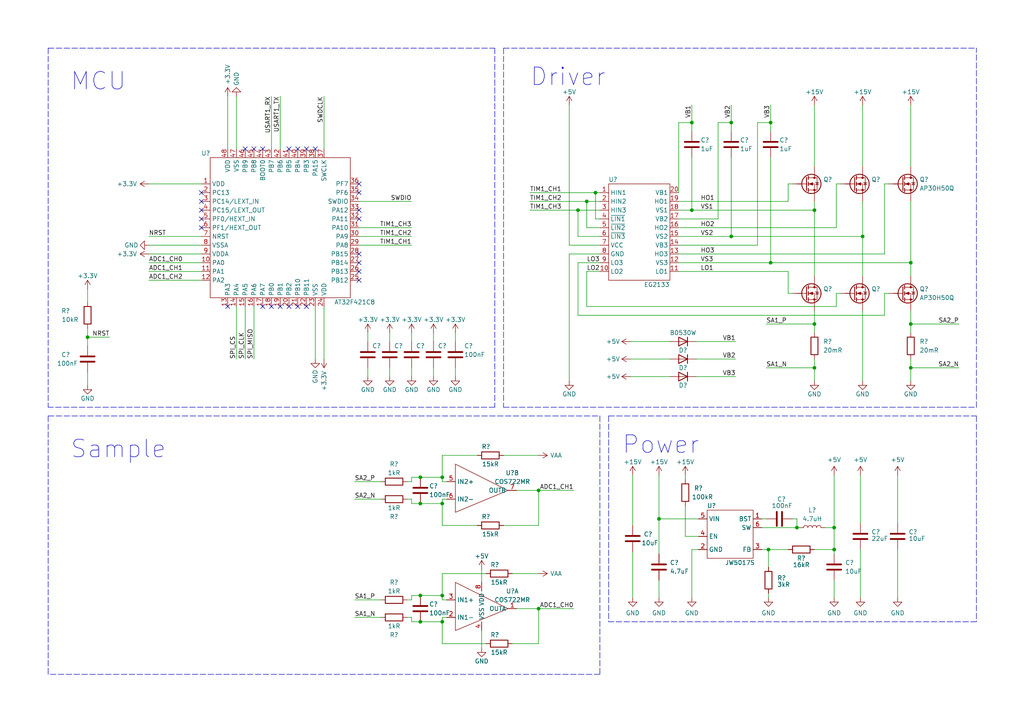
<source format=kicad_sch>
(kicad_sch (version 20211123) (generator eeschema)
  (paper "A4")
  (title_block (title "miniFOC") (date "2022-10-06") (rev "1.2.1"))
  (lib_symbols
    (symbol "Device:C" (pin_numbers hide) (pin_names (offset 0.254))
      (property "Reference" "C" (at 0.635 2.54 0))
      (property "Value" "C" (at 0.635 -2.54 0))
      (symbol "C_0_1"
        (polyline (pts (xy -2.032 -0.762) (xy 2.032 -0.762)) (stroke (width 0.508)))
        (polyline (pts (xy -2.032 0.762) (xy 2.032 0.762)) (stroke (width 0.508)))
      )
      (symbol "C_1_1"
        (pin passive line (at 0 3.81 270) (length 2.794) (name "~") (number "1"))
        (pin passive line (at 0 -3.81 90) (length 2.794) (name "~") (number "2"))
      )
    )
    (symbol "Device:L" (pin_numbers hide) (pin_names (offset 1.016) hide)
      (property "Reference" "L" (at -1.27 0 90))
      (property "Value" "L" (at 1.905 0 90))
      (symbol "L_0_1"
        (arc (start 0 -2.54) (mid 0.635 -1.905) (end 0 -1.27))
        (arc (start 0 -1.27) (mid 0.635 -0.635) (end 0 0))
        (arc (start 0 0) (mid 0.635 0.635) (end 0 1.27))
        (arc (start 0 1.27) (mid 0.635 1.905) (end 0 2.54))
      )
      (symbol "L_1_1"
        (pin passive line (at 0 3.81 270) (length 1.27) (name "1") (number "1"))
        (pin passive line (at 0 -3.81 90) (length 1.27) (name "2") (number "2"))
      )
    )
    (symbol "Device:R" (pin_numbers hide) (pin_names (offset 0))
      (property "Reference" "R" (at 2.032 0 90))
      (property "Value" "R" (at 0 0 90))
      (symbol "R_0_1"
        (rectangle (start -1.016 -2.54) (end 1.016 2.54) (stroke (width 0.254)))
      )
      (symbol "R_1_1"
        (pin passive line (at 0 3.81 270) (length 1.27) (name "~") (number "1"))
        (pin passive line (at 0 -3.81 90) (length 1.27) (name "~") (number "2"))
      )
    )
    (symbol "Diode:1N4148W" (pin_numbers hide) (pin_names (offset 1.016) hide)
      (property "Reference" "D" (at 0 2.54 0))
      (property "Value" "1N4148W" (at 0 -2.54 0))
      (symbol "1N4148W_0_1"
        (polyline (pts (xy -1.27 1.27) (xy -1.27 -1.27)) (stroke (width 0.254)))
        (polyline (pts (xy 1.27 0) (xy -1.27 0)))
        (polyline (pts (xy 1.27 1.27) (xy 1.27 -1.27) (xy -1.27 0) (xy 1.27 1.27)) (stroke (width 0.254)))
      )
      (symbol "1N4148W_1_1"
        (pin passive line (at -3.81 0 0) (length 2.54) (name "K") (number "1"))
        (pin passive line (at 3.81 0 180) (length 2.54) (name "A") (number "2"))
      )
    )
    (symbol "Library:AP30H50Q" (pin_numbers hide) (pin_names hide)
      (property "Reference" "Q" (at 10.16 7.62 0))
      (property "Value" "AP30H50Q" (at 13.97 5.08 0))
      (symbol "AP30H50Q_0_1"
        (polyline (pts (xy 4.064 5.08) (xy 1.27 5.08)))
        (polyline (pts (xy 4.064 6.985) (xy 4.064 3.175)) (stroke (width 0.254)))
        (polyline (pts (xy 4.572 3.81) (xy 4.572 2.794)) (stroke (width 0.254)))
        (polyline (pts (xy 4.572 5.588) (xy 4.572 4.572)) (stroke (width 0.254)))
        (polyline (pts (xy 4.572 7.366) (xy 4.572 6.35)) (stroke (width 0.254)))
        (polyline (pts (xy 6.35 7.62) (xy 6.35 6.858)))
        (polyline (pts (xy 6.35 2.54) (xy 6.35 5.08) (xy 4.572 5.08)))
        (polyline (pts (xy 4.572 3.302) (xy 7.112 3.302) (xy 7.112 6.858) (xy 4.572 6.858)))
        (polyline (pts (xy 4.826 5.08) (xy 5.842 5.461) (xy 5.842 4.699) (xy 4.826 5.08)) (fill (type outline)))
        (polyline (pts (xy 6.604 5.588) (xy 6.731 5.461) (xy 7.493 5.461) (xy 7.62 5.334)))
        (polyline (pts (xy 7.112 5.461) (xy 6.731 4.826) (xy 7.493 4.826) (xy 7.112 5.461)))
        (circle (center 5.461 5.08) (radius 2.794) (stroke (width 0.254)))
        (circle (center 6.35 3.302) (radius 0.254) (fill (type outline)))
        (circle (center 6.35 6.858) (radius 0.254) (fill (type outline)))
      )
      (symbol "AP30H50Q_1_1"
        (pin passive line (at 6.35 0 90) (length 2.54) (name "S") (number "1"))
        (pin passive line (at 6.35 0 90) (length 2.54) hide (name "S") (number "2"))
        (pin passive line (at 6.35 0 90) (length 2.54) hide (name "S") (number "3"))
        (pin passive line (at 0 5.08 0) (length 2.54) (name "G") (number "4"))
        (pin passive line (at 6.35 10.16 270) (length 2.54) (name "D") (number "5"))
      )
    )
    (symbol "Library:AT32F421C8"
      (property "Reference" "U" (at 1.27 41.91 0))
      (property "Value" "AT32F421C8" (at 44.45 0 0))
      (symbol "AT32F421C8_0_0"
        (pin power_in line (at 0 35.56 0) (length 2.54) (name "VDD") (number "1"))
        (pin bidirectional line (at 0 12.7 0) (length 2.54) (name "PA0") (number "10"))
        (pin bidirectional line (at 0 10.16 0) (length 2.54) (name "PA1") (number "11"))
        (pin bidirectional line (at 0 7.62 0) (length 2.54) (name "PA2") (number "12"))
        (pin bidirectional line (at 7.62 0 90) (length 2.54) (name "PA3") (number "13"))
        (pin bidirectional line (at 10.16 0 90) (length 2.54) (name "PA4") (number "14"))
        (pin bidirectional line (at 12.7 0 90) (length 2.54) (name "PA5") (number "15"))
        (pin bidirectional line (at 15.24 0 90) (length 2.54) (name "PA6") (number "16"))
        (pin bidirectional line (at 17.78 0 90) (length 2.54) (name "PA7") (number "17"))
        (pin bidirectional line (at 20.32 0 90) (length 2.54) (name "PB0") (number "18"))
        (pin bidirectional line (at 22.86 0 90) (length 2.54) (name "PB1") (number "19"))
        (pin bidirectional line (at 0 33.02 0) (length 2.54) (name "PC13") (number "2"))
        (pin bidirectional line (at 25.4 0 90) (length 2.54) (name "PB2") (number "20"))
        (pin bidirectional line (at 27.94 0 90) (length 2.54) (name "PB10") (number "21"))
        (pin bidirectional line (at 30.48 0 90) (length 2.54) (name "PB11") (number "22"))
        (pin power_in line (at 33.02 0 90) (length 2.54) (name "VSS") (number "23"))
        (pin power_in line (at 35.56 0 90) (length 2.54) (name "VDD") (number "24"))
        (pin bidirectional line (at 45.72 7.62 180) (length 2.54) (name "PB12") (number "25"))
        (pin bidirectional line (at 45.72 10.16 180) (length 2.54) (name "PB13") (number "26"))
        (pin bidirectional line (at 45.72 12.7 180) (length 2.54) (name "PB14") (number "27"))
        (pin bidirectional line (at 45.72 15.24 180) (length 2.54) (name "PB15") (number "28"))
        (pin bidirectional line (at 45.72 17.78 180) (length 2.54) (name "PA8") (number "29"))
        (pin bidirectional line (at 0 30.48 0) (length 2.54) (name "PC14/LEXT_IN") (number "3"))
        (pin bidirectional line (at 45.72 20.32 180) (length 2.54) (name "PA9") (number "30"))
        (pin bidirectional line (at 45.72 22.86 180) (length 2.54) (name "PA10") (number "31"))
        (pin bidirectional line (at 45.72 25.4 180) (length 2.54) (name "PA11") (number "32"))
        (pin bidirectional line (at 45.72 27.94 180) (length 2.54) (name "PA12") (number "33"))
        (pin bidirectional line (at 45.72 30.48 180) (length 2.54) (name "SWDIO") (number "34"))
        (pin bidirectional line (at 45.72 33.02 180) (length 2.54) (name "PF6") (number "35"))
        (pin bidirectional line (at 45.72 35.56 180) (length 2.54) (name "PF7") (number "36"))
        (pin input line (at 35.56 45.72 270) (length 2.54) (name "SWCLK") (number "37"))
        (pin bidirectional line (at 33.02 45.72 270) (length 2.54) (name "PA15") (number "38"))
        (pin bidirectional line (at 30.48 45.72 270) (length 2.54) (name "PB3") (number "39"))
        (pin bidirectional line (at 0 27.94 0) (length 2.54) (name "PC15/LEXT_OUT") (number "4"))
        (pin bidirectional line (at 27.94 45.72 270) (length 2.54) (name "PB4") (number "40"))
        (pin bidirectional line (at 25.4 45.72 270) (length 2.54) (name "PB5") (number "41"))
        (pin bidirectional line (at 22.86 45.72 270) (length 2.54) (name "PB6") (number "42"))
        (pin bidirectional line (at 20.32 45.72 270) (length 2.54) (name "PB7") (number "43"))
        (pin input line (at 17.78 45.72 270) (length 2.54) (name "BOOT0") (number "44"))
        (pin bidirectional line (at 15.24 45.72 270) (length 2.54) (name "PB8") (number "45"))
        (pin bidirectional line (at 12.7 45.72 270) (length 2.54) (name "PB9") (number "46"))
        (pin power_in line (at 10.16 45.72 270) (length 2.54) (name "VSS") (number "47"))
        (pin power_in line (at 7.62 45.72 270) (length 2.54) (name "VDD") (number "48"))
        (pin bidirectional line (at 0 25.4 0) (length 2.54) (name "PF0/HEXT_IN") (number "5"))
        (pin bidirectional line (at 0 22.86 0) (length 2.54) (name "PF1/HEXT_OUT") (number "6"))
        (pin input line (at 0 20.32 0) (length 2.54) (name "NRST") (number "7"))
        (pin power_in line (at 0 17.78 0) (length 2.54) (name "VSSA") (number "8"))
        (pin power_in line (at 0 15.24 0) (length 2.54) (name "VDDA") (number "9"))
      )
      (symbol "AT32F421C8_0_1"
        (rectangle (start 2.54 43.18) (end 43.18 2.54))
      )
    )
    (symbol "Library:COS722MR"
      (property "Reference" "U" (at 3.81 13.97 0))
      (property "Value" "COS722MR" (at 24.13 -8.89 0))
      (symbol "COS722MR_0_1"
        (polyline (pts (xy 2.54 13.97) (xy 17.78 6.35) (xy 2.54 0) (xy 2.54 13.97)))
      )
      (symbol "COS722MR_1_1"
        (pin output line (at 20.32 6.35 180) (length 2.54) (name "OUTA") (number "1"))
        (pin input line (at 0 3.81 0) (length 2.54) (name "IN1-") (number "2"))
        (pin input line (at 0 8.89 0) (length 2.54) (name "IN1+") (number "3"))
        (pin power_in line (at 10.16 0 90) (length 2.54) (name "VSS") (number "4"))
        (pin power_in line (at 10.16 13.97 270) (length 2.54) (name "VDD") (number "8"))
      )
      (symbol "COS722MR_2_1"
        (pin input line (at 0 8.89 0) (length 2.54) (name "IN2+") (number "5"))
        (pin input line (at 0 3.81 0) (length 2.54) (name "IN2-") (number "6"))
        (pin output line (at 20.32 6.35 180) (length 2.54) (name "OUTB") (number "7"))
      )
    )
    (symbol "Library:EG2133"
      (property "Reference" "U" (at 3.81 29.21 0))
      (property "Value" "EG2133" (at 16.51 -1.27 0))
      (symbol "EG2133_0_1"
        (rectangle (start 2.54 27.94) (end 20.32 0))
      )
      (symbol "EG2133_1_1"
        (pin input line (at 0 25.4 0) (length 2.54) (name "HIN1") (number "1"))
        (pin output line (at 0 2.54 0) (length 2.54) (name "LO2") (number "10"))
        (pin output line (at 22.86 2.54 180) (length 2.54) (name "LO1") (number "11"))
        (pin input line (at 22.86 5.08 180) (length 2.54) (name "VS3") (number "12"))
        (pin output line (at 22.86 7.62 180) (length 2.54) (name "HO3") (number "13"))
        (pin input line (at 22.86 10.16 180) (length 2.54) (name "VB3") (number "14"))
        (pin input line (at 22.86 12.7 180) (length 2.54) (name "VS2") (number "15"))
        (pin output line (at 22.86 15.24 180) (length 2.54) (name "HO2") (number "16"))
        (pin input line (at 22.86 17.78 180) (length 2.54) (name "VB2") (number "17"))
        (pin input line (at 22.86 20.32 180) (length 2.54) (name "VS1") (number "18"))
        (pin output line (at 22.86 22.86 180) (length 2.54) (name "HO1") (number "19"))
        (pin input line (at 0 22.86 0) (length 2.54) (name "HIN2") (number "2"))
        (pin input line (at 22.86 25.4 180) (length 2.54) (name "VB1") (number "20"))
        (pin input line (at 0 20.32 0) (length 2.54) (name "HIN3") (number "3"))
        (pin input line (at 0 17.78 0) (length 2.54) (name "~{LIN1}") (number "4"))
        (pin input line (at 0 15.24 0) (length 2.54) (name "~{LIN2}") (number "5"))
        (pin input line (at 0 12.7 0) (length 2.54) (name "~{LIN3}") (number "6"))
        (pin power_in line (at 0 10.16 0) (length 2.54) (name "VCC") (number "7"))
        (pin power_in line (at 0 7.62 0) (length 2.54) (name "GND") (number "8"))
        (pin output line (at 0 5.08 0) (length 2.54) (name "LO3") (number "9"))
      )
    )
    (symbol "power:+15V" (power) (pin_names (offset 0))
      (property "Value" "+15V" (at 0 3.556 0))
      (symbol "+15V_0_1"
        (polyline (pts (xy -0.762 1.27) (xy 0 2.54)))
        (polyline (pts (xy 0 0) (xy 0 2.54)))
        (polyline (pts (xy 0 2.54) (xy 0.762 1.27)))
      )
      (symbol "+15V_1_1"
        (pin power_in line (at 0 0 90) (length 0) hide (name "+15V") (number "1"))
      )
    )
    (symbol "power:+3.3V" (power) (pin_names (offset 0))
      (property "Value" "+3.3V" (at 0 3.556 0))
      (symbol "+3.3V_0_1"
        (polyline (pts (xy -0.762 1.27) (xy 0 2.54)))
        (polyline (pts (xy 0 0) (xy 0 2.54)))
        (polyline (pts (xy 0 2.54) (xy 0.762 1.27)))
      )
      (symbol "+3.3V_1_1"
        (pin power_in line (at 0 0 90) (length 0) hide (name "+3.3V") (number "1"))
      )
    )
    (symbol "power:+5V" (power) (pin_names (offset 0))
      (property "Value" "+5V" (at 0 3.556 0))
      (symbol "+5V_0_1"
        (polyline (pts (xy -0.762 1.27) (xy 0 2.54)))
        (polyline (pts (xy 0 0) (xy 0 2.54)))
        (polyline (pts (xy 0 2.54) (xy 0.762 1.27)))
      )
      (symbol "+5V_1_1"
        (pin power_in line (at 0 0 90) (length 0) hide (name "+5V") (number "1"))
      )
    )
    (symbol "power:GND" (power) (pin_names (offset 0))
      (property "Value" "GND" (at 0 -3.81 0))
      (symbol "GND_0_1"
        (polyline (pts (xy 0 0) (xy 0 -1.27) (xy 1.27 -1.27) (xy 0 -2.54) (xy -1.27 -1.27) (xy 0 -1.27)))
      )
      (symbol "GND_1_1"
        (pin power_in line (at 0 0 270) (length 0) hide (name "GND") (number "1"))
      )
    )
    (symbol "power:VAA" (power) (pin_names (offset 0))
      (property "Value" "VAA" (at 0 3.81 0))
      (symbol "VAA_0_1"
        (polyline (pts (xy -0.762 1.27) (xy 0 2.54)))
        (polyline (pts (xy 0 0) (xy 0 2.54)))
        (polyline (pts (xy 0 2.54) (xy 0.762 1.27)))
      )
      (symbol "VAA_1_1"
        (pin power_in line (at 0 0 90) (length 0) hide (name "VAA") (number "1"))
      )
    )
    (symbol "power_Library:JW5017S"
      (property "Reference" "U" (at 0 8.255 0))
      (property "Value" "JW5017S" (at 0.635 -9.525 0))
      (symbol "JW5017S_0_1"
        (rectangle (start -6.985 6.985) (end 6.35 -6.985))
      )
      (symbol "JW5017S_1_1"
        (pin output line (at 8.89 4.445 180) (length 2.54) (name "BST") (number "1"))
        (pin power_in line (at -9.525 -4.445 0) (length 2.54) (name "GND") (number "2"))
        (pin output line (at 8.89 -4.445 180) (length 2.54) (name "FB") (number "3"))
        (pin input line (at -9.525 -0.635 0) (length 2.54) (name "EN") (number "4"))
        (pin power_in line (at -9.525 4.445 0) (length 2.54) (name "VIN") (number "5"))
        (pin output line (at 8.89 1.905 180) (length 2.54) (name "SW") (number "6"))
      )
    )
  )
  (junction (at 121.92 138.43))
  (junction (at 128.27 146.05))
  (junction (at 200.66 60.96))
  (junction (at 167.64 60.96))
  (junction (at 156.21 142.24))
  (junction (at 231.14 153.035))
  (junction (at 170.18 58.42))
  (junction (at 156.21 176.53))
  (junction (at 128.27 138.43))
  (junction (at 236.22 93.98))
  (junction (at 25.4 97.79))
  (junction (at 223.52 35.56))
  (junction (at 222.885 159.385))
  (junction (at 200.66 35.56))
  (junction (at 223.52 76.2))
  (junction (at 264.16 76.2))
  (junction (at 121.92 172.72))
  (junction (at 191.135 150.495))
  (junction (at 128.27 172.72))
  (junction (at 264.16 93.98))
  (junction (at 241.935 159.385))
  (junction (at 264.16 106.68))
  (junction (at 121.92 180.34))
  (junction (at 121.92 146.05))
  (junction (at 128.27 180.34))
  (junction (at 241.935 153.035))
  (junction (at 236.22 60.96))
  (junction (at 212.09 35.56))
  (junction (at 250.19 68.58))
  (junction (at 212.09 68.58))
  (junction (at 236.22 106.68))
  (junction (at 172.72 55.88))
  (no_connect (at 58.42 55.88))
  (no_connect (at 58.42 60.96))
  (no_connect (at 58.42 63.5))
  (no_connect (at 58.42 66.04))
  (no_connect (at 58.42 58.42))
  (no_connect (at 66.04 88.9))
  (no_connect (at 76.2 88.9))
  (no_connect (at 78.74 88.9))
  (no_connect (at 86.36 88.9))
  (no_connect (at 88.9 88.9))
  (no_connect (at 83.82 88.9))
  (no_connect (at 81.28 88.9))
  (no_connect (at 104.14 73.66))
  (no_connect (at 104.14 76.2))
  (no_connect (at 104.14 78.74))
  (no_connect (at 104.14 81.28))
  (no_connect (at 76.2 43.18))
  (no_connect (at 71.12 43.18))
  (no_connect (at 83.82 43.18))
  (no_connect (at 73.66 43.18))
  (no_connect (at 86.36 43.18))
  (no_connect (at 104.14 53.34))
  (no_connect (at 104.14 55.88))
  (no_connect (at 91.44 43.18))
  (no_connect (at 88.9 43.18))
  (no_connect (at 104.14 60.96))
  (no_connect (at 104.14 63.5))
  (wire (pts (xy 223.52 45.72) (xy 223.52 76.2)))
  (wire (pts (xy 228.6 53.34) (xy 229.87 53.34)))
  (wire (pts (xy 264.16 90.17) (xy 264.16 93.98)))
  (polyline (pts (xy 13.97 120.65) (xy 173.99 120.65)))
  (wire (pts (xy 173.99 58.42) (xy 170.18 58.42)))
  (wire (pts (xy 128.27 139.7) (xy 129.54 139.7)))
  (wire (pts (xy 191.135 168.275) (xy 191.135 173.355)))
  (wire (pts (xy 81.28 43.18) (xy 81.28 27.94)))
  (wire (pts (xy 128.27 166.37) (xy 128.27 172.72)))
  (wire (pts (xy 170.18 58.42) (xy 170.18 66.04)))
  (wire (pts (xy 25.4 97.79) (xy 31.75 97.79)))
  (wire (pts (xy 149.86 176.53) (xy 156.21 176.53)))
  (wire (pts (xy 249.555 137.795) (xy 249.555 151.765)))
  (wire (pts (xy 102.87 139.7) (xy 110.49 139.7)))
  (polyline (pts (xy 143.51 118.11) (xy 13.97 118.11)))
  (wire (pts (xy 66.04 27.94) (xy 66.04 43.18)))
  (wire (pts (xy 212.09 68.58) (xy 250.19 68.58)))
  (wire (pts (xy 260.35 137.795) (xy 260.35 151.765)))
  (wire (pts (xy 201.93 109.22) (xy 213.36 109.22)))
  (wire (pts (xy 198.755 146.685) (xy 198.755 155.575)))
  (wire (pts (xy 222.885 172.085) (xy 222.885 173.355)))
  (wire (pts (xy 25.4 95.25) (xy 25.4 97.79)))
  (wire (pts (xy 242.57 53.34) (xy 243.84 53.34)))
  (polyline (pts (xy 283.21 120.65) (xy 283.21 180.34)))
  (wire (pts (xy 156.21 186.69) (xy 156.21 176.53)))
  (wire (pts (xy 256.54 73.66) (xy 256.54 53.34)))
  (wire (pts (xy 222.25 106.68) (xy 236.22 106.68)))
  (wire (pts (xy 102.87 173.99) (xy 110.49 173.99)))
  (wire (pts (xy 236.22 159.385) (xy 241.935 159.385)))
  (wire (pts (xy 196.85 60.96) (xy 200.66 60.96)))
  (wire (pts (xy 43.18 53.34) (xy 58.42 53.34)))
  (wire (pts (xy 182.88 104.14) (xy 194.31 104.14)))
  (wire (pts (xy 264.16 93.98) (xy 278.13 93.98)))
  (wire (pts (xy 241.935 159.385) (xy 241.935 160.655)))
  (wire (pts (xy 250.19 58.42) (xy 250.19 68.58)))
  (wire (pts (xy 208.28 35.56) (xy 212.09 35.56)))
  (wire (pts (xy 148.59 186.69) (xy 156.21 186.69)))
  (wire (pts (xy 128.27 179.07) (xy 128.27 180.34)))
  (wire (pts (xy 170.18 88.9) (xy 242.57 88.9)))
  (wire (pts (xy 102.87 144.78) (xy 110.49 144.78)))
  (wire (pts (xy 236.22 90.17) (xy 236.22 93.98)))
  (wire (pts (xy 196.85 35.56) (xy 200.66 35.56)))
  (wire (pts (xy 58.42 76.2) (xy 43.18 76.2)))
  (wire (pts (xy 172.72 63.5) (xy 172.72 55.88)))
  (wire (pts (xy 200.66 45.72) (xy 200.66 60.96)))
  (wire (pts (xy 173.99 63.5) (xy 172.72 63.5)))
  (wire (pts (xy 212.09 45.72) (xy 212.09 68.58)))
  (wire (pts (xy 219.71 71.12) (xy 219.71 35.56)))
  (wire (pts (xy 264.16 106.68) (xy 278.13 106.68)))
  (wire (pts (xy 173.99 60.96) (xy 167.64 60.96)))
  (wire (pts (xy 222.885 159.385) (xy 222.885 164.465)))
  (wire (pts (xy 73.66 88.9) (xy 73.66 104.14)))
  (wire (pts (xy 212.09 35.56) (xy 212.09 38.1)))
  (wire (pts (xy 200.66 35.56) (xy 200.66 38.1)))
  (polyline (pts (xy 13.97 13.97) (xy 13.97 118.11)))
  (wire (pts (xy 102.87 179.07) (xy 110.49 179.07)))
  (wire (pts (xy 121.92 172.72) (xy 128.27 172.72)))
  (wire (pts (xy 68.58 27.94) (xy 68.58 43.18)))
  (wire (pts (xy 149.86 142.24) (xy 156.21 142.24)))
  (wire (pts (xy 260.35 159.385) (xy 260.35 173.355)))
  (wire (pts (xy 250.19 30.48) (xy 250.19 48.26)))
  (wire (pts (xy 140.97 186.69) (xy 128.27 186.69)))
  (wire (pts (xy 167.64 91.44) (xy 256.54 91.44)))
  (polyline (pts (xy 283.21 118.11) (xy 283.21 13.97)))
  (wire (pts (xy 228.6 85.09) (xy 228.6 78.74)))
  (wire (pts (xy 242.57 66.04) (xy 242.57 53.34)))
  (wire (pts (xy 146.05 152.4) (xy 156.21 152.4)))
  (wire (pts (xy 170.18 58.42) (xy 153.67 58.42)))
  (wire (pts (xy 165.1 30.48) (xy 165.1 71.12)))
  (wire (pts (xy 132.08 106.68) (xy 132.08 109.22)))
  (wire (pts (xy 264.16 76.2) (xy 264.16 80.01)))
  (wire (pts (xy 183.515 160.02) (xy 183.515 173.355)))
  (wire (pts (xy 156.21 152.4) (xy 156.21 142.24)))
  (wire (pts (xy 223.52 76.2) (xy 264.16 76.2)))
  (wire (pts (xy 182.88 99.06) (xy 194.31 99.06)))
  (polyline (pts (xy 176.53 120.65) (xy 176.53 180.34)))
  (wire (pts (xy 250.19 68.58) (xy 250.19 80.01)))
  (wire (pts (xy 264.16 104.14) (xy 264.16 106.68)))
  (wire (pts (xy 223.52 35.56) (xy 223.52 38.1)))
  (wire (pts (xy 220.98 153.035) (xy 231.14 153.035)))
  (wire (pts (xy 139.7 182.88) (xy 139.7 187.96)))
  (wire (pts (xy 146.05 132.08) (xy 156.21 132.08)))
  (wire (pts (xy 125.73 106.68) (xy 125.73 109.22)))
  (wire (pts (xy 68.58 88.9) (xy 68.58 104.14)))
  (wire (pts (xy 93.98 104.14) (xy 93.98 88.9)))
  (wire (pts (xy 222.885 159.385) (xy 228.6 159.385)))
  (wire (pts (xy 119.38 179.07) (xy 119.38 180.34)))
  (wire (pts (xy 231.14 153.035) (xy 231.775 153.035)))
  (wire (pts (xy 106.68 106.68) (xy 106.68 109.22)))
  (wire (pts (xy 119.38 139.7) (xy 119.38 138.43)))
  (wire (pts (xy 128.27 173.99) (xy 128.27 172.72)))
  (polyline (pts (xy 283.21 180.34) (xy 176.53 180.34)))
  (wire (pts (xy 196.85 73.66) (xy 256.54 73.66)))
  (wire (pts (xy 191.135 150.495) (xy 191.135 160.655)))
  (wire (pts (xy 43.18 73.66) (xy 58.42 73.66)))
  (wire (pts (xy 236.22 30.48) (xy 236.22 48.26)))
  (wire (pts (xy 118.11 139.7) (xy 119.38 139.7)))
  (wire (pts (xy 212.09 30.48) (xy 212.09 35.56)))
  (wire (pts (xy 201.93 104.14) (xy 213.36 104.14)))
  (wire (pts (xy 78.74 43.18) (xy 78.74 27.94)))
  (wire (pts (xy 236.22 60.96) (xy 236.22 80.01)))
  (wire (pts (xy 236.22 106.68) (xy 236.22 110.49)))
  (wire (pts (xy 104.14 58.42) (xy 119.38 58.42)))
  (polyline (pts (xy 173.99 195.58) (xy 13.97 195.58)))
  (wire (pts (xy 173.99 71.12) (xy 165.1 71.12)))
  (wire (pts (xy 229.87 85.09) (xy 228.6 85.09)))
  (wire (pts (xy 119.38 144.78) (xy 119.38 146.05)))
  (wire (pts (xy 208.28 63.5) (xy 208.28 35.56)))
  (wire (pts (xy 241.935 153.035) (xy 241.935 159.385)))
  (wire (pts (xy 119.38 173.99) (xy 119.38 172.72)))
  (wire (pts (xy 173.99 55.88) (xy 172.72 55.88)))
  (wire (pts (xy 200.66 159.385) (xy 200.66 173.355)))
  (wire (pts (xy 113.03 96.52) (xy 113.03 99.06)))
  (wire (pts (xy 219.71 35.56) (xy 223.52 35.56)))
  (wire (pts (xy 165.1 73.66) (xy 165.1 110.49)))
  (wire (pts (xy 132.08 96.52) (xy 132.08 99.06)))
  (polyline (pts (xy 143.51 13.97) (xy 143.51 118.11)))
  (wire (pts (xy 128.27 173.99) (xy 129.54 173.99)))
  (wire (pts (xy 220.98 159.385) (xy 222.885 159.385)))
  (wire (pts (xy 200.66 159.385) (xy 202.565 159.385)))
  (wire (pts (xy 200.66 30.48) (xy 200.66 35.56)))
  (wire (pts (xy 128.27 186.69) (xy 128.27 180.34)))
  (wire (pts (xy 264.16 93.98) (xy 264.16 96.52)))
  (wire (pts (xy 242.57 85.09) (xy 243.84 85.09)))
  (wire (pts (xy 25.4 107.95) (xy 25.4 111.76)))
  (wire (pts (xy 182.88 109.22) (xy 194.31 109.22)))
  (wire (pts (xy 25.4 83.82) (xy 25.4 87.63)))
  (wire (pts (xy 241.935 137.795) (xy 241.935 153.035)))
  (wire (pts (xy 256.54 85.09) (xy 257.81 85.09)))
  (wire (pts (xy 167.64 60.96) (xy 153.67 60.96)))
  (wire (pts (xy 128.27 179.07) (xy 129.54 179.07)))
  (polyline (pts (xy 176.53 120.65) (xy 283.21 120.65)))
  (wire (pts (xy 196.85 68.58) (xy 212.09 68.58)))
  (wire (pts (xy 231.14 150.495) (xy 231.14 153.035)))
  (wire (pts (xy 119.38 96.52) (xy 119.38 99.06)))
  (polyline (pts (xy 173.99 120.65) (xy 173.99 195.58)))
  (wire (pts (xy 58.42 78.74) (xy 43.18 78.74)))
  (wire (pts (xy 167.64 76.2) (xy 167.64 91.44)))
  (wire (pts (xy 119.38 106.68) (xy 119.38 109.22)))
  (wire (pts (xy 91.44 104.14) (xy 91.44 88.9)))
  (wire (pts (xy 138.43 152.4) (xy 128.27 152.4)))
  (wire (pts (xy 118.11 144.78) (xy 119.38 144.78)))
  (wire (pts (xy 264.16 106.68) (xy 264.16 110.49)))
  (wire (pts (xy 121.92 180.34) (xy 128.27 180.34)))
  (wire (pts (xy 119.38 146.05) (xy 121.92 146.05)))
  (wire (pts (xy 264.16 58.42) (xy 264.16 76.2)))
  (wire (pts (xy 198.755 155.575) (xy 202.565 155.575)))
  (wire (pts (xy 222.25 93.98) (xy 236.22 93.98)))
  (wire (pts (xy 236.22 58.42) (xy 236.22 60.96)))
  (wire (pts (xy 148.59 166.37) (xy 156.21 166.37)))
  (wire (pts (xy 200.66 60.96) (xy 236.22 60.96)))
  (wire (pts (xy 264.16 30.48) (xy 264.16 48.26)))
  (wire (pts (xy 220.98 150.495) (xy 222.25 150.495)))
  (wire (pts (xy 121.92 146.05) (xy 128.27 146.05)))
  (wire (pts (xy 93.98 43.18) (xy 93.98 27.94)))
  (wire (pts (xy 196.85 63.5) (xy 208.28 63.5)))
  (polyline (pts (xy 13.97 13.97) (xy 143.51 13.97)))
  (wire (pts (xy 228.6 78.74) (xy 196.85 78.74)))
  (wire (pts (xy 196.85 71.12) (xy 219.71 71.12)))
  (wire (pts (xy 128.27 144.78) (xy 129.54 144.78)))
  (wire (pts (xy 106.68 96.52) (xy 106.68 99.06)))
  (wire (pts (xy 198.755 137.795) (xy 198.755 139.065)))
  (wire (pts (xy 121.92 138.43) (xy 128.27 138.43)))
  (wire (pts (xy 58.42 68.58) (xy 43.18 68.58)))
  (wire (pts (xy 196.85 66.04) (xy 242.57 66.04)))
  (polyline (pts (xy 146.05 13.97) (xy 283.21 13.97)))
  (wire (pts (xy 118.11 173.99) (xy 119.38 173.99)))
  (wire (pts (xy 191.135 150.495) (xy 202.565 150.495)))
  (wire (pts (xy 113.03 106.68) (xy 113.03 109.22)))
  (wire (pts (xy 119.38 180.34) (xy 121.92 180.34)))
  (wire (pts (xy 201.93 99.06) (xy 213.36 99.06)))
  (wire (pts (xy 156.21 176.53) (xy 166.37 176.53)))
  (wire (pts (xy 71.12 88.9) (xy 71.12 104.14)))
  (wire (pts (xy 239.395 153.035) (xy 241.935 153.035)))
  (wire (pts (xy 128.27 138.43) (xy 128.27 132.08)))
  (wire (pts (xy 104.14 68.58) (xy 119.38 68.58)))
  (wire (pts (xy 173.99 66.04) (xy 170.18 66.04)))
  (wire (pts (xy 173.99 68.58) (xy 167.64 68.58)))
  (wire (pts (xy 25.4 97.79) (xy 25.4 100.33)))
  (wire (pts (xy 242.57 88.9) (xy 242.57 85.09)))
  (wire (pts (xy 223.52 30.48) (xy 223.52 35.56)))
  (wire (pts (xy 153.67 55.88) (xy 172.72 55.88)))
  (wire (pts (xy 128.27 152.4) (xy 128.27 146.05)))
  (wire (pts (xy 250.19 90.17) (xy 250.19 110.49)))
  (wire (pts (xy 191.135 137.795) (xy 191.135 150.495)))
  (wire (pts (xy 119.38 138.43) (xy 121.92 138.43)))
  (wire (pts (xy 156.21 142.24) (xy 166.37 142.24)))
  (wire (pts (xy 170.18 78.74) (xy 170.18 88.9)))
  (wire (pts (xy 125.73 96.52) (xy 125.73 99.06)))
  (wire (pts (xy 173.99 76.2) (xy 167.64 76.2)))
  (wire (pts (xy 128.27 139.7) (xy 128.27 138.43)))
  (wire (pts (xy 128.27 132.08) (xy 138.43 132.08)))
  (polyline (pts (xy 146.05 13.97) (xy 146.05 118.11)))
  (wire (pts (xy 196.85 55.88) (xy 196.85 35.56)))
  (wire (pts (xy 58.42 81.28) (xy 43.18 81.28)))
  (wire (pts (xy 228.6 58.42) (xy 228.6 53.34)))
  (wire (pts (xy 43.18 71.12) (xy 58.42 71.12)))
  (wire (pts (xy 140.97 166.37) (xy 128.27 166.37)))
  (wire (pts (xy 256.54 91.44) (xy 256.54 85.09)))
  (wire (pts (xy 183.515 137.795) (xy 183.515 152.4)))
  (wire (pts (xy 139.7 165.1) (xy 139.7 168.91)))
  (polyline (pts (xy 146.05 118.11) (xy 283.21 118.11)))
  (wire (pts (xy 167.64 68.58) (xy 167.64 60.96)))
  (wire (pts (xy 196.85 76.2) (xy 223.52 76.2)))
  (wire (pts (xy 241.935 173.355) (xy 241.935 168.275)))
  (wire (pts (xy 256.54 53.34) (xy 257.81 53.34)))
  (wire (pts (xy 196.85 58.42) (xy 228.6 58.42)))
  (wire (pts (xy 229.87 150.495) (xy 231.14 150.495)))
  (wire (pts (xy 236.22 104.14) (xy 236.22 106.68)))
  (wire (pts (xy 104.14 66.04) (xy 119.38 66.04)))
  (polyline (pts (xy 13.97 120.65) (xy 13.97 195.58)))
  (wire (pts (xy 249.555 159.385) (xy 249.555 173.355)))
  (wire (pts (xy 119.38 172.72) (xy 121.92 172.72)))
  (wire (pts (xy 104.14 71.12) (xy 119.38 71.12)))
  (wire (pts (xy 128.27 144.78) (xy 128.27 146.05)))
  (wire (pts (xy 236.22 93.98) (xy 236.22 96.52)))
  (wire (pts (xy 173.99 78.74) (xy 170.18 78.74)))
  (wire (pts (xy 173.99 73.66) (xy 165.1 73.66)))
  (wire (pts (xy 118.11 179.07) (xy 119.38 179.07)))
  (text "MCU" (at 20.32 26.67 0) (effects (font (size 5.08 5.08)) (justify left bottom)))
  (text "Sample" (at 20.32 133.35 0) (effects (font (size 5.08 5.08)) (justify left bottom)))
  (text "Driver" (at 153.67 25.4 0) (effects (font (size 5.08 5.08)) (justify left bottom)))
  (text "Power" (at 180.34 132.08 0) (effects (font (size 5.08 5.08)) (justify left bottom)))
  (label "TIM1_CH3" (at 119.38 66.04 180))
  (label "NRST" (at 43.18 68.58 0))
  (label "NRST" (at 31.75 97.79 180))
  (label "SA1_N" (at 222.25 106.68 0))
  (label "SA2_N" (at 102.87 144.78 0))
  (label "LO3" (at 170.18 76.2 0))
  (label "SPI_CS" (at 68.58 104.14 90))
  (label "VS1" (at 203.2 60.96 0))
  (label "ADC1_CH2" (at 43.18 81.28 0))
  (label "VB2" (at 213.36 104.14 180))
  (label "TIM1_CH1" (at 153.67 55.88 0))
  (label "SWDCLK" (at 93.98 27.94 270))
  (label "ADC1_CH1" (at 166.37 142.24 180))
  (label "VS2" (at 203.2 68.58 0))
  (label "ADC1_CH1" (at 43.18 78.74 0))
  (label "TIM1_CH1" (at 119.38 71.12 180))
  (label "SA1_P" (at 222.25 93.98 0))
  (label "SWDIO" (at 119.38 58.42 180))
  (label "SA2_N" (at 278.13 106.68 180))
  (label "VS3" (at 203.2 76.2 0))
  (label "SA2_P" (at 278.13 93.98 180))
  (label "USART1_TX" (at 81.28 27.94 270))
  (label "TIM1_CH2" (at 153.67 58.42 0))
  (label "VB2" (at 212.09 30.48 270))
  (label "VB3" (at 223.52 30.48 270))
  (label "VB3" (at 213.36 109.22 180))
  (label "HO1" (at 203.2 58.42 0))
  (label "SPI_MISO" (at 73.66 104.14 90))
  (label "HO3" (at 203.2 73.66 0))
  (label "HO2" (at 203.2 66.04 0))
  (label "ADC1_CH0" (at 166.37 176.53 180))
  (label "SPI_CLK" (at 71.12 104.14 90))
  (label "SA1_N" (at 102.87 179.07 0))
  (label "USART1_RX" (at 78.74 27.94 270))
  (label "SA1_P" (at 102.87 173.99 0))
  (label "TIM1_CH3" (at 153.67 60.96 0))
  (label "VB1" (at 200.66 30.48 270))
  (label "TIM1_CH2" (at 119.38 68.58 180))
  (label "VB1" (at 213.36 99.06 180))
  (label "ADC1_CH0" (at 43.18 76.2 0))
  (label "LO2" (at 170.18 78.74 0))
  (label "SA2_P" (at 102.87 139.7 0))
  (label "LO1" (at 203.2 78.74 0))
  (symbol (lib_id "power:+5V") (at 241.935 137.795 0) (unit 1)
    (property "Reference" "#PWR?" (effects hide))
    (property "Value" "+5V" (at 241.935 133.35 0))
  )
  (symbol (lib_id "Library:AP30H50Q") (at 243.84 58.42 0) (unit 1)
    (property "Reference" "Q?" (at 252.73 52.07 0) (effects (justify left)))
    (property "Value" "AP30H50Q" (effects hide))
    (property "Footprint" "Package_SON:VSON-8_3.3x3.3mm_P0.65mm_NexFET" (effects hide))
  )
  (symbol (lib_id "Device:C") (at 121.92 176.53 0) (unit 1)
    (property "Reference" "C?" (at 124.46 175.26 0) (effects (justify left)))
    (property "Value" "100nF" (at 124.46 177.8 0) (effects (justify left)))
    (property "Footprint" "Capacitor_SMD:C_0402_1005Metric" (effects hide))
  )
  (symbol (lib_id "power:+15V") (at 198.755 137.795 0) (unit 1)
    (property "Reference" "#PWR?" (effects hide))
    (property "Value" "+15V" (at 198.755 133.985 0))
  )
  (symbol (lib_id "power:+3.3V") (at 43.18 53.34 90) (unit 1)
    (property "Reference" "#PWR?" (effects hide))
    (property "Value" "+3.3V" (at 36.83 53.34 90))
  )
  (symbol (lib_id "Device:C") (at 249.555 155.575 180) (unit 1)
    (property "Reference" "C?" (at 252.73 154.305 0) (effects (justify right)))
    (property "Value" "22uF" (at 252.73 156.21 0) (effects (justify right)))
    (property "Footprint" "Capacitor_SMD:C_0603_1608Metric_Pad1.08x0.95mm_HandSolder" (effects hide))
  )
  (symbol (lib_id "power:+3.3V") (at 125.73 96.52 0) (unit 1)
    (property "Reference" "#PWR?" (effects hide))
    (property "Value" "+3.3V" (at 125.73 92.71 0))
  )
  (symbol (lib_id "Library:COS722MR") (at 129.54 182.88 0) (unit 1)
    (property "Reference" "U?" (at 148.59 171.45 0))
    (property "Value" "COS722MR" (at 148.59 173.99 0))
    (property "Footprint" "Package_SO:MSOP-8_3x3mm_P0.65mm" (effects hide))
  )
  (symbol (lib_id "power:GND") (at 222.885 173.355 0) (unit 1)
    (property "Reference" "#PWR?" (effects hide))
    (property "Value" "GND" (at 222.885 177.8 0))
  )
  (symbol (lib_id "power:GND") (at 106.68 109.22 0) (unit 1)
    (property "Reference" "#PWR?" (effects hide))
    (property "Value" "GND" (at 106.68 113.03 0))
  )
  (symbol (lib_id "Device:C") (at 200.66 41.91 0) (unit 1)
    (property "Reference" "C?" (at 203.2 40.64 0) (effects (justify left)))
    (property "Value" "1uF" (at 203.2 43.18 0) (effects (justify left)))
    (property "Footprint" "Capacitor_SMD:C_0402_1005Metric" (effects hide))
  )
  (symbol (lib_id "Device:C") (at 223.52 41.91 0) (unit 1)
    (property "Reference" "C?" (at 226.06 40.64 0) (effects (justify left)))
    (property "Value" "1uF" (at 226.06 43.18 0) (effects (justify left)))
    (property "Footprint" "Capacitor_SMD:C_0402_1005Metric" (effects hide))
  )
  (symbol (lib_id "power:GND") (at 132.08 109.22 0) (unit 1)
    (property "Reference" "#PWR?" (effects hide))
    (property "Value" "GND" (at 132.08 113.03 0))
  )
  (symbol (lib_id "power:GND") (at 91.44 104.14 0) (unit 1)
    (property "Reference" "#PWR?" (effects hide))
    (property "Value" "GND" (at 91.44 109.22 90))
  )
  (symbol (lib_id "Library:AP30H50Q") (at 229.87 58.42 0) (unit 1)
    (property "Reference" "Q?" (at 238.76 52.07 0) (effects (justify left)))
    (property "Value" "AP30H50Q" (effects hide))
    (property "Footprint" "Package_SON:VSON-8_3.3x3.3mm_P0.65mm_NexFET" (effects hide))
  )
  (symbol (lib_id "Device:C") (at 121.92 142.24 0) (unit 1)
    (property "Reference" "C?" (at 124.46 140.97 0) (effects (justify left)))
    (property "Value" "100nF" (at 124.46 143.51 0) (effects (justify left)))
    (property "Footprint" "Capacitor_SMD:C_0402_1005Metric" (effects hide))
  )
  (symbol (lib_id "power:+3.3V") (at 119.38 96.52 0) (unit 1)
    (property "Reference" "#PWR?" (effects hide))
    (property "Value" "+3.3V" (at 119.38 92.71 0))
  )
  (symbol (lib_id "Device:R") (at 236.22 100.33 0) (unit 1)
    (property "Reference" "R?" (at 238.76 99.0599 0) (effects (justify left)))
    (property "Value" "20mR" (at 238.76 101.5999 0) (effects (justify left)))
    (property "Footprint" "Resistor_SMD:R_0805_2012Metric" (effects hide))
  )
  (symbol (lib_id "power:GND") (at 43.18 71.12 270) (unit 1)
    (property "Reference" "#PWR?" (effects hide))
    (property "Value" "GND" (at 38.1 71.12 90))
  )
  (symbol (lib_id "power:GND") (at 113.03 109.22 0) (unit 1)
    (property "Reference" "#PWR?" (effects hide))
    (property "Value" "GND" (at 113.03 113.03 0))
  )
  (symbol (lib_id "power:+5V") (at 165.1 30.48 0) (unit 1)
    (property "Reference" "#PWR?" (effects hide))
    (property "Value" "+5V" (at 165.1 26.67 0))
  )
  (symbol (lib_id "power:+5V") (at 182.88 104.14 90) (unit 1)
    (property "Reference" "#PWR?" (effects hide))
    (property "Value" "+5V" (at 177.8 104.14 90))
  )
  (symbol (lib_id "power:GND") (at 68.58 27.94 180) (unit 1)
    (property "Reference" "#PWR?" (effects hide))
    (property "Value" "GND" (at 68.58 22.86 90))
  )
  (symbol (lib_id "power:+3.3V") (at 113.03 96.52 0) (unit 1)
    (property "Reference" "#PWR?" (effects hide))
    (property "Value" "+3.3V" (at 113.03 92.71 0))
  )
  (symbol (lib_id "Library:COS722MR") (at 129.54 148.59 0) (unit 2)
    (property "Reference" "U?" (at 148.59 137.16 0))
    (property "Value" "COS722MR" (at 148.59 139.7 0))
    (property "Footprint" "Package_SO:MSOP-8_3x3mm_P0.65mm" (effects hide))
  )
  (symbol (lib_id "Device:C") (at 106.68 102.87 0) (unit 1)
    (property "Reference" "C?" (at 107.95 100.33 0) (effects (justify left)))
    (property "Value" "100nF" (effects hide))
    (property "Footprint" "Capacitor_SMD:C_0402_1005Metric" (effects hide))
  )
  (symbol (lib_id "power:VAA") (at 156.21 132.08 270) (unit 1)
    (property "Reference" "#PWR?" (effects hide))
    (property "Value" "VAA" (at 161.29 132.08 90))
  )
  (symbol (lib_id "power:+5V") (at 139.7 165.1 0) (unit 1)
    (property "Reference" "#PWR?" (effects hide))
    (property "Value" "+5V" (at 139.7 161.29 0))
  )
  (symbol (lib_id "power:+15V") (at 191.135 137.795 0) (unit 1)
    (property "Reference" "#PWR?" (effects hide))
    (property "Value" "+15V" (at 191.135 133.985 0))
  )
  (symbol (lib_id "Device:C") (at 191.135 164.465 180) (unit 1)
    (property "Reference" "C?" (at 194.31 163.195 0) (effects (justify right)))
    (property "Value" "4.7uF" (at 194.31 165.735 0) (effects (justify right)))
    (property "Footprint" "Capacitor_SMD:C_1206_3216Metric_Pad1.33x1.80mm_HandSolder" (effects hide))
  )
  (symbol (lib_id "Device:C") (at 125.73 102.87 0) (unit 1)
    (property "Reference" "C?" (at 127 100.33 0) (effects (justify left)))
    (property "Value" "100nF" (effects hide))
    (property "Footprint" "Capacitor_SMD:C_0402_1005Metric" (effects hide))
  )
  (symbol (lib_id "Device:R") (at 142.24 152.4 90) (unit 1)
    (property "Reference" "R?" (at 140.97 149.86 90))
    (property "Value" "15kR" (at 142.24 154.94 90))
    (property "Footprint" "Resistor_SMD:R_0402_1005Metric" (effects hide))
  )
  (symbol (lib_id "Device:R") (at 144.78 166.37 90) (unit 1)
    (property "Reference" "R?" (at 143.51 163.83 90))
    (property "Value" "15kR" (at 144.78 168.91 90))
    (property "Footprint" "Resistor_SMD:R_0402_1005Metric" (effects hide))
  )
  (symbol (lib_id "power:GND") (at 183.515 173.355 0) (unit 1)
    (property "Reference" "#PWR?" (effects hide))
    (property "Value" "GND" (at 183.515 177.8 0))
  )
  (symbol (lib_id "Device:C") (at 132.08 102.87 0) (unit 1)
    (property "Reference" "C?" (at 134.62 100.33 0) (effects (justify left)))
    (property "Value" "100nF" (at 134.62 102.87 0) (effects (justify left)))
    (property "Footprint" "Capacitor_SMD:C_0402_1005Metric" (effects hide))
  )
  (symbol (lib_id "power:+3.3V") (at 132.08 96.52 0) (unit 1)
    (property "Reference" "#PWR?" (effects hide))
    (property "Value" "+3.3V" (at 132.08 92.71 0))
  )
  (symbol (lib_id "Library:AP30H50Q") (at 257.81 58.42 0) (unit 1)
    (property "Reference" "Q?" (at 266.7 52.07 0) (effects (justify left)))
    (property "Value" "AP30H50Q" (at 266.7 54.61 0) (effects (justify left)))
    (property "Footprint" "Package_SON:VSON-8_3.3x3.3mm_P0.65mm_NexFET" (effects hide))
  )
  (symbol (lib_id "Device:C") (at 226.06 150.495 270) (unit 1)
    (property "Reference" "C?" (at 227.965 144.78 90) (effects (justify right)))
    (property "Value" "100nF" (at 229.87 146.685 90) (effects (justify right)))
    (property "Footprint" "Capacitor_SMD:C_0603_1608Metric_Pad1.08x0.95mm_HandSolder" (effects hide))
  )
  (symbol (lib_id "power:VAA") (at 156.21 166.37 270) (unit 1)
    (property "Reference" "#PWR?" (effects hide))
    (property "Value" "VAA" (at 161.29 166.37 90))
  )
  (symbol (lib_id "power:GND") (at 260.35 173.355 0) (unit 1)
    (property "Reference" "#PWR?" (effects hide))
    (property "Value" "GND" (at 260.35 177.8 0))
  )
  (symbol (lib_id "Device:R") (at 142.24 132.08 90) (unit 1)
    (property "Reference" "R?" (at 140.97 129.54 90))
    (property "Value" "15kR" (at 142.24 134.62 90))
    (property "Footprint" "Resistor_SMD:R_0402_1005Metric" (effects hide))
  )
  (symbol (lib_id "power:+3.3V") (at 93.98 104.14 180) (unit 1)
    (property "Reference" "#PWR?" (effects hide))
    (property "Value" "+3.3V" (at 93.98 110.49 90))
  )
  (symbol (lib_id "power:+5V") (at 182.88 109.22 90) (unit 1)
    (property "Reference" "#PWR?" (effects hide))
    (property "Value" "+5V" (at 177.8 109.22 90))
  )
  (symbol (lib_id "Device:R") (at 198.755 142.875 180) (unit 1)
    (property "Reference" "R?" (at 201.295 141.605 0) (effects (justify right)))
    (property "Value" "100kR" (at 200.66 144.145 0) (effects (justify right)))
    (property "Footprint" "Resistor_SMD:R_0603_1608Metric_Pad0.98x0.95mm_HandSolder" (effects hide))
  )
  (symbol (lib_id "Device:C") (at 183.515 156.21 180) (unit 1)
    (property "Reference" "C?" (at 186.69 154.94 0) (effects (justify right)))
    (property "Value" "10uF" (at 186.055 157.48 0) (effects (justify right)))
    (property "Footprint" "Capacitor_SMD:C_1206_3216Metric_Pad1.33x1.80mm_HandSolder" (effects hide))
  )
  (symbol (lib_id "Device:C") (at 113.03 102.87 0) (unit 1)
    (property "Reference" "C?" (at 114.3 100.33 0) (effects (justify left)))
    (property "Value" "100nF" (effects hide))
    (property "Footprint" "Capacitor_SMD:C_0402_1005Metric" (effects hide))
  )
  (symbol (lib_id "power:GND") (at 241.935 173.355 0) (unit 1)
    (property "Reference" "#PWR?" (effects hide))
    (property "Value" "GND" (at 241.935 177.8 0))
  )
  (symbol (lib_id "power:GND") (at 264.16 110.49 0) (unit 1)
    (property "Reference" "#PWR?" (effects hide))
    (property "Value" "GND" (at 264.16 114.3 0))
  )
  (symbol (lib_id "Device:C") (at 241.935 164.465 180) (unit 1)
    (property "Reference" "C?" (at 245.11 163.195 0) (effects (justify right)))
    (property "Value" "10uF" (at 245.11 165.735 0) (effects (justify right)))
    (property "Footprint" "Capacitor_SMD:C_0603_1608Metric_Pad1.08x0.95mm_HandSolder" (effects hide))
  )
  (symbol (lib_id "power:+5V") (at 182.88 99.06 90) (unit 1)
    (property "Reference" "#PWR?" (effects hide))
    (property "Value" "+5V" (at 177.8 99.06 90))
  )
  (symbol (lib_id "Device:R") (at 25.4 91.44 0) (unit 1)
    (property "Reference" "R?" (at 19.05 90.17 0))
    (property "Value" "10kR" (at 20.32 92.71 0))
    (property "Footprint" "Resistor_SMD:R_0402_1005Metric" (effects hide))
  )
  (symbol (lib_id "power:+15V") (at 250.19 30.48 0) (unit 1)
    (property "Reference" "#PWR?" (effects hide))
    (property "Value" "+15V" (at 250.19 26.67 0))
  )
  (symbol (lib_id "Library:AP30H50Q") (at 257.81 90.17 0) (unit 1)
    (property "Reference" "Q?" (at 266.7 83.82 0) (effects (justify left)))
    (property "Value" "AP30H50Q" (at 266.7 86.36 0) (effects (justify left)))
    (property "Footprint" "Package_SON:VSON-8_3.3x3.3mm_P0.65mm_NexFET" (effects hide))
  )
  (symbol (lib_id "Device:C") (at 25.4 104.14 0) (unit 1)
    (property "Reference" "C?" (at 17.78 102.87 0) (effects (justify left)))
    (property "Value" "100nF" (at 16.51 105.41 0) (effects (justify left)))
    (property "Footprint" "Capacitor_SMD:C_0402_1005Metric" (effects hide))
  )
  (symbol (lib_id "power:GND") (at 200.66 173.355 0) (unit 1)
    (property "Reference" "#PWR?" (effects hide))
    (property "Value" "GND" (at 200.66 177.8 0))
  )
  (symbol (lib_id "Diode:1N4148W") (at 198.12 104.14 180) (unit 1)
    (property "Reference" "D?" (at 198.12 106.68 0))
    (property "Value" " B0530W" (effects hide))
    (property "Footprint" "Diode_SMD:D_SOD-123" (effects hide))
  )
  (symbol (lib_id "power:GND") (at 165.1 110.49 0) (unit 1)
    (property "Reference" "#PWR?" (effects hide))
    (property "Value" "GND" (at 165.1 114.3 0))
  )
  (symbol (lib_id "Device:C") (at 119.38 102.87 0) (unit 1)
    (property "Reference" "C?" (at 120.65 100.33 0) (effects (justify left)))
    (property "Value" "100nF" (effects hide))
    (property "Footprint" "Capacitor_SMD:C_0402_1005Metric" (effects hide))
  )
  (symbol (lib_id "power:GND") (at 139.7 187.96 0) (unit 1)
    (property "Reference" "#PWR?" (effects hide))
    (property "Value" "GND" (at 139.7 191.77 0))
  )
  (symbol (lib_id "Library:AT32F421C8") (at 58.42 88.9 0) (unit 1)
    (property "Reference" "U?" (at 59.69 44.45 0))
    (property "Value" "AT32F421C8" (at 102.87 87.63 0))
    (property "Footprint" "Package_QFP:LQFP-48_7x7mm_P0.5mm" (effects hide))
  )
  (symbol (lib_id "Diode:1N4148W") (at 198.12 99.06 180) (unit 1)
    (property "Reference" "D?" (at 198.12 101.6 0))
    (property "Value" " B0530W" (at 198.12 96.52 0))
    (property "Footprint" "Diode_SMD:D_SOD-123" (effects hide))
  )
  (symbol (lib_id "power:GND") (at 119.38 109.22 0) (unit 1)
    (property "Reference" "#PWR?" (effects hide))
    (property "Value" "GND" (at 119.38 113.03 0))
  )
  (symbol (lib_id "power:+5V") (at 249.555 137.795 0) (unit 1)
    (property "Reference" "#PWR?" (effects hide))
    (property "Value" "+5V" (at 249.555 133.35 0))
  )
  (symbol (lib_id "power:+3.3V") (at 25.4 83.82 0) (unit 1)
    (property "Reference" "#PWR?" (effects hide))
    (property "Value" "+3.3V" (at 25.4 80.01 0))
  )
  (symbol (lib_id "Device:R") (at 114.3 144.78 270) (unit 1)
    (property "Reference" "R?" (at 114.3 149.86 90))
    (property "Value" "1kR" (at 114.3 147.32 90))
    (property "Footprint" "Resistor_SMD:R_0402_1005Metric" (effects hide))
  )
  (symbol (lib_id "power:+15V") (at 236.22 30.48 0) (unit 1)
    (property "Reference" "#PWR?" (effects hide))
    (property "Value" "+15V" (at 236.22 26.67 0))
  )
  (symbol (lib_id "Device:R") (at 144.78 186.69 90) (unit 1)
    (property "Reference" "R?" (at 143.51 184.15 90))
    (property "Value" "15kR" (at 144.78 189.23 90))
    (property "Footprint" "Resistor_SMD:R_0402_1005Metric" (effects hide))
  )
  (symbol (lib_id "Device:R") (at 114.3 139.7 90) (unit 1)
    (property "Reference" "R?" (at 114.3 134.62 90))
    (property "Value" "1kR" (at 114.3 137.16 90))
    (property "Footprint" "Resistor_SMD:R_0402_1005Metric" (effects hide))
  )
  (symbol (lib_id "power:GND") (at 191.135 173.355 0) (unit 1)
    (property "Reference" "#PWR?" (effects hide))
    (property "Value" "GND" (at 191.135 177.8 0))
  )
  (symbol (lib_id "Device:C") (at 260.35 155.575 180) (unit 1)
    (property "Reference" "C?" (at 263.525 154.305 0) (effects (justify right)))
    (property "Value" "10uF" (at 263.525 156.21 0) (effects (justify right)))
    (property "Footprint" "Capacitor_SMD:C_0603_1608Metric_Pad1.08x0.95mm_HandSolder" (effects hide))
  )
  (symbol (lib_id "power:+3.3V") (at 106.68 96.52 0) (unit 1)
    (property "Reference" "#PWR?" (effects hide))
    (property "Value" "+3.3V" (at 106.68 92.71 0))
  )
  (symbol (lib_id "Device:R") (at 222.885 168.275 180) (unit 1)
    (property "Reference" "R?" (at 225.425 167.64 0) (effects (justify right)))
    (property "Value" "3kR" (at 225.425 169.545 0) (effects (justify right)))
    (property "Footprint" "Resistor_SMD:R_0603_1608Metric_Pad0.98x0.95mm_HandSolder" (effects hide))
  )
  (symbol (lib_id "power:GND") (at 250.19 110.49 0) (unit 1)
    (property "Reference" "#PWR?" (effects hide))
    (property "Value" "GND" (at 250.19 114.3 0))
  )
  (symbol (lib_id "power:+15V") (at 264.16 30.48 0) (unit 1)
    (property "Reference" "#PWR?" (effects hide))
    (property "Value" "+15V" (at 264.16 26.67 0))
  )
  (symbol (lib_id "power:GND") (at 236.22 110.49 0) (unit 1)
    (property "Reference" "#PWR?" (effects hide))
    (property "Value" "GND" (at 236.22 114.3 0))
  )
  (symbol (lib_id "Device:R") (at 114.3 173.99 90) (unit 1)
    (property "Reference" "R?" (at 114.3 168.91 90))
    (property "Value" "1kR" (at 114.3 171.45 90))
    (property "Footprint" "Resistor_SMD:R_0402_1005Metric" (effects hide))
  )
  (symbol (lib_id "power:+3.3V") (at 66.04 27.94 0) (unit 1)
    (property "Reference" "#PWR?" (effects hide))
    (property "Value" "+3.3V" (at 66.04 21.59 90))
  )
  (symbol (lib_id "power:GND") (at 249.555 173.355 0) (unit 1)
    (property "Reference" "#PWR?" (effects hide))
    (property "Value" "GND" (at 249.555 177.8 0))
  )
  (symbol (lib_id "Device:C") (at 212.09 41.91 0) (unit 1)
    (property "Reference" "C?" (at 214.63 40.64 0) (effects (justify left)))
    (property "Value" "1uF" (at 214.63 43.18 0) (effects (justify left)))
    (property "Footprint" "Capacitor_SMD:C_0402_1005Metric" (effects hide))
  )
  (symbol (lib_id "power:GND") (at 125.73 109.22 0) (unit 1)
    (property "Reference" "#PWR?" (effects hide))
    (property "Value" "GND" (at 125.73 113.03 0))
  )
  (symbol (lib_id "Library:EG2133") (at 173.99 81.28 0) (unit 1)
    (property "Reference" "U?" (at 177.8 52.07 0))
    (property "Value" "EG2133" (at 190.5 82.55 0))
    (property "Footprint" "Package_SO:TSSOP-20_4.4x6.5mm_P0.65mm" (effects hide))
  )
  (symbol (lib_id "Device:R") (at 114.3 179.07 270) (unit 1)
    (property "Reference" "R?" (at 114.3 184.15 90))
    (property "Value" "1kR" (at 114.3 181.61 90))
    (property "Footprint" "Resistor_SMD:R_0402_1005Metric" (effects hide))
  )
  (symbol (lib_id "power:+5V") (at 260.35 137.795 0) (unit 1)
    (property "Reference" "#PWR?" (effects hide))
    (property "Value" "+5V" (at 260.35 133.35 0))
  )
  (symbol (lib_id "power_Library:JW5017S") (at 212.09 154.94 0) (unit 1)
    (property "Reference" "U?" (at 206.375 146.685 0))
    (property "Value" "JW5017S" (at 214.63 163.195 0))
    (property "Footprint" "Package_TO_SOT_SMD:SOT-23-6" (effects hide))
  )
  (symbol (lib_id "Diode:1N4148W") (at 198.12 109.22 180) (unit 1)
    (property "Reference" "D?" (at 198.12 111.76 0))
    (property "Value" " B0530W" (effects hide))
    (property "Footprint" "Diode_SMD:D_SOD-123" (effects hide))
  )
  (symbol (lib_id "power:GND") (at 25.4 111.76 0) (unit 1)
    (property "Reference" "#PWR?" (effects hide))
    (property "Value" "GND" (at 25.4 115.57 0))
  )
  (symbol (lib_id "Library:AP30H50Q") (at 229.87 90.17 0) (unit 1)
    (property "Reference" "Q?" (at 238.76 83.82 0) (effects (justify left)))
    (property "Value" "AP30H50Q" (effects hide))
    (property "Footprint" "Package_SON:VSON-8_3.3x3.3mm_P0.65mm_NexFET" (effects hide))
  )
  (symbol (lib_id "Library:AP30H50Q") (at 243.84 90.17 0) (unit 1)
    (property "Reference" "Q?" (at 252.73 83.82 0) (effects (justify left)))
    (property "Value" "AP30H50Q" (effects hide))
    (property "Footprint" "Package_SON:VSON-8_3.3x3.3mm_P0.65mm_NexFET" (effects hide))
  )
  (symbol (lib_id "Device:L") (at 235.585 153.035 90) (unit 1)
    (property "Reference" "L?" (at 235.585 147.955 90))
    (property "Value" "4.7uH" (at 235.585 150.495 90))
    (property "Footprint" "PowerLibrary:IND-SMD_L4.6-W4.2_SMMS0420" (effects hide))
  )
  (symbol (lib_id "power:+3.3V") (at 43.18 73.66 90) (unit 1)
    (property "Reference" "#PWR?" (effects hide))
    (property "Value" "+3.3V" (at 36.83 73.66 90))
  )
  (symbol (lib_id "Device:R") (at 264.16 100.33 0) (unit 1)
    (property "Reference" "R?" (at 266.7 99.0599 0) (effects (justify left)))
    (property "Value" "20mR" (at 266.7 101.5999 0) (effects (justify left)))
    (property "Footprint" "Resistor_SMD:R_0805_2012Metric" (effects hide))
  )
  (symbol (lib_id "power:+15V") (at 183.515 137.795 0) (unit 1)
    (property "Reference" "#PWR?" (effects hide))
    (property "Value" "+15V" (at 183.515 133.985 0))
  )
  (symbol (lib_id "Device:R") (at 232.41 159.385 270) (unit 1)
    (property "Reference" "R?" (at 232.41 161.925 90))
    (property "Value" "16kR" (at 232.41 163.83 90))
    (property "Footprint" "Resistor_SMD:R_0603_1608Metric_Pad0.98x0.95mm_HandSolder" (effects hide))
  )
)
</source>
